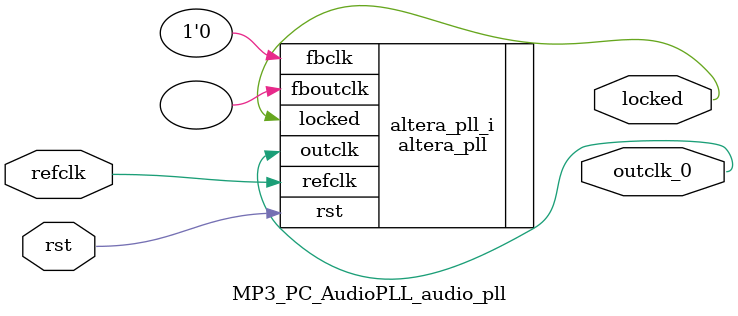
<source format=v>
`timescale 1ns/10ps
module  MP3_PC_AudioPLL_audio_pll(

	// interface 'refclk'
	input wire refclk,

	// interface 'reset'
	input wire rst,

	// interface 'outclk0'
	output wire outclk_0,

	// interface 'locked'
	output wire locked
);

	altera_pll #(
		.fractional_vco_multiplier("false"),
		.reference_clock_frequency("50.0 MHz"),
		.operation_mode("direct"),
		.number_of_clocks(1),
		.output_clock_frequency0("12.288135 MHz"),
		.phase_shift0("0 ps"),
		.duty_cycle0(50),
		.output_clock_frequency1("0 MHz"),
		.phase_shift1("0 ps"),
		.duty_cycle1(50),
		.output_clock_frequency2("0 MHz"),
		.phase_shift2("0 ps"),
		.duty_cycle2(50),
		.output_clock_frequency3("0 MHz"),
		.phase_shift3("0 ps"),
		.duty_cycle3(50),
		.output_clock_frequency4("0 MHz"),
		.phase_shift4("0 ps"),
		.duty_cycle4(50),
		.output_clock_frequency5("0 MHz"),
		.phase_shift5("0 ps"),
		.duty_cycle5(50),
		.output_clock_frequency6("0 MHz"),
		.phase_shift6("0 ps"),
		.duty_cycle6(50),
		.output_clock_frequency7("0 MHz"),
		.phase_shift7("0 ps"),
		.duty_cycle7(50),
		.output_clock_frequency8("0 MHz"),
		.phase_shift8("0 ps"),
		.duty_cycle8(50),
		.output_clock_frequency9("0 MHz"),
		.phase_shift9("0 ps"),
		.duty_cycle9(50),
		.output_clock_frequency10("0 MHz"),
		.phase_shift10("0 ps"),
		.duty_cycle10(50),
		.output_clock_frequency11("0 MHz"),
		.phase_shift11("0 ps"),
		.duty_cycle11(50),
		.output_clock_frequency12("0 MHz"),
		.phase_shift12("0 ps"),
		.duty_cycle12(50),
		.output_clock_frequency13("0 MHz"),
		.phase_shift13("0 ps"),
		.duty_cycle13(50),
		.output_clock_frequency14("0 MHz"),
		.phase_shift14("0 ps"),
		.duty_cycle14(50),
		.output_clock_frequency15("0 MHz"),
		.phase_shift15("0 ps"),
		.duty_cycle15(50),
		.output_clock_frequency16("0 MHz"),
		.phase_shift16("0 ps"),
		.duty_cycle16(50),
		.output_clock_frequency17("0 MHz"),
		.phase_shift17("0 ps"),
		.duty_cycle17(50),
		.pll_type("General"),
		.pll_subtype("General")
	) altera_pll_i (
		.rst	(rst),
		.outclk	({outclk_0}),
		.locked	(locked),
		.fboutclk	( ),
		.fbclk	(1'b0),
		.refclk	(refclk)
	);
endmodule


</source>
